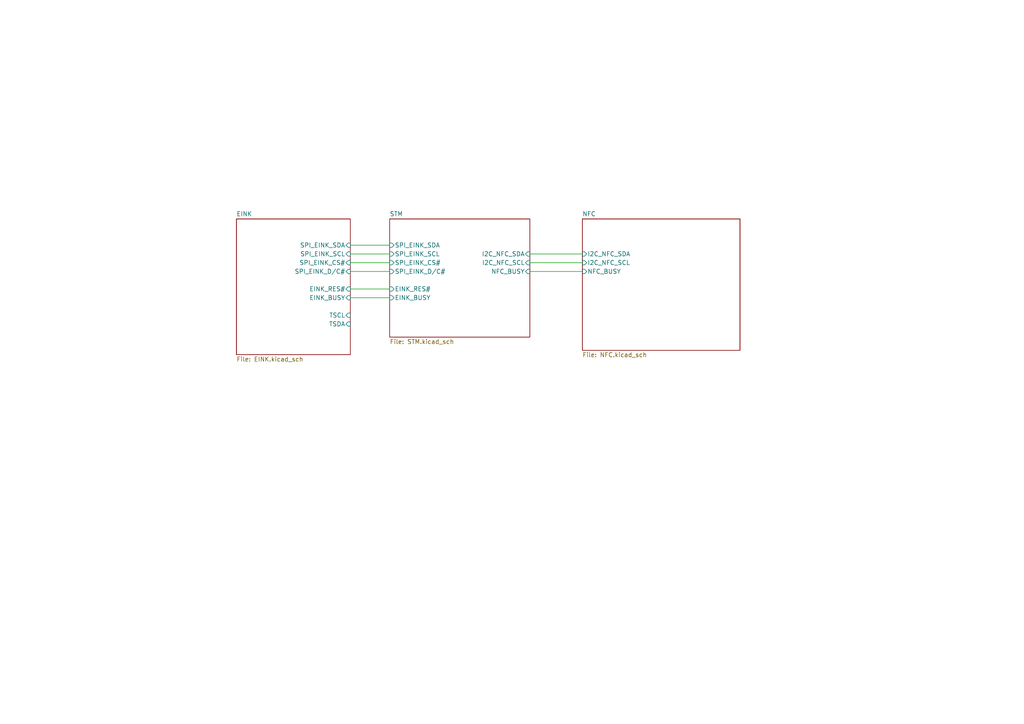
<source format=kicad_sch>
(kicad_sch
	(version 20231120)
	(generator "eeschema")
	(generator_version "8.0")
	(uuid "2adbba85-9270-4efb-857d-656bb51406ca")
	(paper "A4")
	(lib_symbols)
	(wire
		(pts
			(xy 101.6 71.12) (xy 113.03 71.12)
		)
		(stroke
			(width 0)
			(type default)
		)
		(uuid "034886c4-d811-4657-b910-22652dbbee48")
	)
	(wire
		(pts
			(xy 101.6 78.74) (xy 113.03 78.74)
		)
		(stroke
			(width 0)
			(type default)
		)
		(uuid "23642bca-646e-43c8-bc95-93e4c4f9b6af")
	)
	(wire
		(pts
			(xy 101.6 73.66) (xy 113.03 73.66)
		)
		(stroke
			(width 0)
			(type default)
		)
		(uuid "2c2432c9-6580-458c-a4ba-761214bea2eb")
	)
	(wire
		(pts
			(xy 153.67 78.74) (xy 168.91 78.74)
		)
		(stroke
			(width 0)
			(type default)
		)
		(uuid "2d107359-3264-4088-88ae-007dd2d65194")
	)
	(wire
		(pts
			(xy 153.67 76.2) (xy 168.91 76.2)
		)
		(stroke
			(width 0)
			(type default)
		)
		(uuid "3f0c2bb1-2bc2-485f-9e80-288f8a844d1a")
	)
	(wire
		(pts
			(xy 101.6 86.36) (xy 113.03 86.36)
		)
		(stroke
			(width 0)
			(type default)
		)
		(uuid "6ba60f85-a290-4bc0-99cb-5dec0954faec")
	)
	(wire
		(pts
			(xy 101.6 83.82) (xy 113.03 83.82)
		)
		(stroke
			(width 0)
			(type default)
		)
		(uuid "8841d4c0-a0c4-45ad-aa1c-954ac50a2209")
	)
	(wire
		(pts
			(xy 153.67 73.66) (xy 168.91 73.66)
		)
		(stroke
			(width 0)
			(type default)
		)
		(uuid "de13222e-4d19-41ee-b397-6bd75819d52d")
	)
	(wire
		(pts
			(xy 101.6 76.2) (xy 113.03 76.2)
		)
		(stroke
			(width 0)
			(type default)
		)
		(uuid "e0512c27-3f1b-4660-a776-e3e202751916")
	)
	(sheet
		(at 168.91 63.5)
		(size 45.72 38.1)
		(fields_autoplaced yes)
		(stroke
			(width 0.1524)
			(type solid)
		)
		(fill
			(color 0 0 0 0.0000)
		)
		(uuid "95527a5c-8cb7-439d-944b-2d67c4df2ece")
		(property "Sheetname" "NFC"
			(at 168.91 62.7884 0)
			(effects
				(font
					(size 1.27 1.27)
				)
				(justify left bottom)
			)
		)
		(property "Sheetfile" "NFC.kicad_sch"
			(at 168.91 102.1846 0)
			(effects
				(font
					(size 1.27 1.27)
				)
				(justify left top)
			)
		)
		(pin "I2C_NFC_SDA" input
			(at 168.91 73.66 180)
			(effects
				(font
					(size 1.27 1.27)
				)
				(justify left)
			)
			(uuid "e57acd4b-6097-408f-bfb0-83dbaac490a6")
		)
		(pin "NFC_BUSY" input
			(at 168.91 78.74 180)
			(effects
				(font
					(size 1.27 1.27)
				)
				(justify left)
			)
			(uuid "7333a554-887a-4570-9a62-34ff2904c7bb")
		)
		(pin "I2C_NFC_SCL" input
			(at 168.91 76.2 180)
			(effects
				(font
					(size 1.27 1.27)
				)
				(justify left)
			)
			(uuid "9f0120a6-48d5-4178-a9db-13831282e97f")
		)
		(instances
			(project "Ecardz-Proto"
				(path "/2adbba85-9270-4efb-857d-656bb51406ca"
					(page "4")
				)
			)
		)
	)
	(sheet
		(at 68.58 63.5)
		(size 33.02 39.37)
		(fields_autoplaced yes)
		(stroke
			(width 0.1524)
			(type solid)
		)
		(fill
			(color 0 0 0 0.0000)
		)
		(uuid "a8646e5d-e29c-4dc0-b052-9a424836bd67")
		(property "Sheetname" "EINK"
			(at 68.58 62.7884 0)
			(effects
				(font
					(size 1.27 1.27)
				)
				(justify left bottom)
			)
		)
		(property "Sheetfile" "EINK.kicad_sch"
			(at 68.58 103.4546 0)
			(effects
				(font
					(size 1.27 1.27)
				)
				(justify left top)
			)
		)
		(pin "EINK_RES#" input
			(at 101.6 83.82 0)
			(effects
				(font
					(size 1.27 1.27)
				)
				(justify right)
			)
			(uuid "440366cc-07cd-445e-b5f0-c7021aee41d6")
		)
		(pin "EINK_BUSY" input
			(at 101.6 86.36 0)
			(effects
				(font
					(size 1.27 1.27)
				)
				(justify right)
			)
			(uuid "74ff4e45-50dc-490d-b854-f8ef380e2555")
		)
		(pin "TSCL" input
			(at 101.6 91.44 0)
			(effects
				(font
					(size 1.27 1.27)
				)
				(justify right)
			)
			(uuid "15d87312-a7d4-4fcb-9e7b-717fb1b68b87")
		)
		(pin "TSDA" input
			(at 101.6 93.98 0)
			(effects
				(font
					(size 1.27 1.27)
				)
				(justify right)
			)
			(uuid "721f2e25-1351-4c58-b491-c083bc7f077e")
		)
		(pin "SPI_EINK_SDA" input
			(at 101.6 71.12 0)
			(effects
				(font
					(size 1.27 1.27)
				)
				(justify right)
			)
			(uuid "09c125f4-721e-4360-867c-9005ce9a5f53")
		)
		(pin "SPI_EINK_D{slash}C#" input
			(at 101.6 78.74 0)
			(effects
				(font
					(size 1.27 1.27)
				)
				(justify right)
			)
			(uuid "193e524a-1a50-4c2c-bf0e-ad0b7e1ca39b")
		)
		(pin "SPI_EINK_SCL" input
			(at 101.6 73.66 0)
			(effects
				(font
					(size 1.27 1.27)
				)
				(justify right)
			)
			(uuid "9f23c8e0-eed4-41e4-87ad-c4caaca0efcf")
		)
		(pin "SPI_EINK_CS#" input
			(at 101.6 76.2 0)
			(effects
				(font
					(size 1.27 1.27)
				)
				(justify right)
			)
			(uuid "da456d87-77cd-4763-aca3-af52c4488c83")
		)
		(instances
			(project "Ecardz-Proto"
				(path "/2adbba85-9270-4efb-857d-656bb51406ca"
					(page "2")
				)
			)
		)
	)
	(sheet
		(at 113.03 63.5)
		(size 40.64 34.29)
		(fields_autoplaced yes)
		(stroke
			(width 0.1524)
			(type solid)
		)
		(fill
			(color 0 0 0 0.0000)
		)
		(uuid "fb28d19f-d7f8-44fd-bba1-2dc19a83839b")
		(property "Sheetname" "STM"
			(at 113.03 62.7884 0)
			(effects
				(font
					(size 1.27 1.27)
				)
				(justify left bottom)
			)
		)
		(property "Sheetfile" "STM.kicad_sch"
			(at 113.03 98.3746 0)
			(effects
				(font
					(size 1.27 1.27)
				)
				(justify left top)
			)
		)
		(pin "SPI_EINK_SDA" input
			(at 113.03 71.12 180)
			(effects
				(font
					(size 1.27 1.27)
				)
				(justify left)
			)
			(uuid "6b017e03-d88b-48f7-a226-a74f6569ecea")
		)
		(pin "SPI_EINK_CS#" input
			(at 113.03 76.2 180)
			(effects
				(font
					(size 1.27 1.27)
				)
				(justify left)
			)
			(uuid "e772c854-03dd-4b89-a216-aad7aeac7844")
		)
		(pin "SPI_EINK_SCL" input
			(at 113.03 73.66 180)
			(effects
				(font
					(size 1.27 1.27)
				)
				(justify left)
			)
			(uuid "04cee41a-e4f1-404f-82d8-2d617b0b6485")
		)
		(pin "SPI_EINK_D{slash}C#" input
			(at 113.03 78.74 180)
			(effects
				(font
					(size 1.27 1.27)
				)
				(justify left)
			)
			(uuid "60a146ed-f33c-497a-9446-28b9d285baf2")
		)
		(pin "EINK_BUSY" input
			(at 113.03 86.36 180)
			(effects
				(font
					(size 1.27 1.27)
				)
				(justify left)
			)
			(uuid "c8dc2373-5f87-4e4b-817a-697f2d412b6f")
		)
		(pin "EINK_RES#" input
			(at 113.03 83.82 180)
			(effects
				(font
					(size 1.27 1.27)
				)
				(justify left)
			)
			(uuid "c58526ad-2104-45ba-bb5d-e5416e9f3243")
		)
		(pin "NFC_BUSY" input
			(at 153.67 78.74 0)
			(effects
				(font
					(size 1.27 1.27)
				)
				(justify right)
			)
			(uuid "022dc77b-ffd7-404b-8ff8-dbca854e0d69")
		)
		(pin "I2C_NFC_SCL" input
			(at 153.67 76.2 0)
			(effects
				(font
					(size 1.27 1.27)
				)
				(justify right)
			)
			(uuid "f4b0c058-9316-4eb5-addd-81c792bf057d")
		)
		(pin "I2C_NFC_SDA" input
			(at 153.67 73.66 0)
			(effects
				(font
					(size 1.27 1.27)
				)
				(justify right)
			)
			(uuid "d9baa539-4b9e-40fc-afaf-8f79d86beaeb")
		)
		(instances
			(project "Ecardz-Proto"
				(path "/2adbba85-9270-4efb-857d-656bb51406ca"
					(page "3")
				)
			)
		)
	)
	(sheet_instances
		(path "/"
			(page "1")
		)
	)
)

</source>
